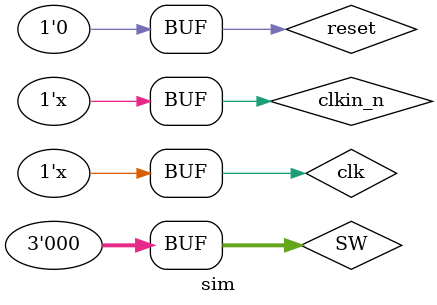
<source format=v>
`timescale 1ns / 1ps
module sim();
    // input
    reg clk;                    // clk for LED_display
    reg reset;                  // reset sign
    reg clkin_n;                // clkin for PC
    reg [2:0]SW;                // select data to LED_display
    // output
    wire [7:0] LED_display;     // Seven segment nixie tube display
    wire [3:0] LED_pos;         // position selection
    Multi_circle_CPU CPU(
        .clk(clk),
        .clkin_n(clkin_n),
        .reset(reset),
        .SW(SW),
        .LED_display(LED_display),
        .LED_pos(LED_pos)
    );

    always #3 clk = ~clk; // 周期为ns
    always #18 clkin_n = ~clkin_n; // 周期为ns
    initial begin
        clk <= 0;
        clkin_n <= 0;
        reset <= 1;
        SW <= 3'b000;
        #50 reset = 0; // 从50ns开始仿真输出
    end
endmodule

</source>
